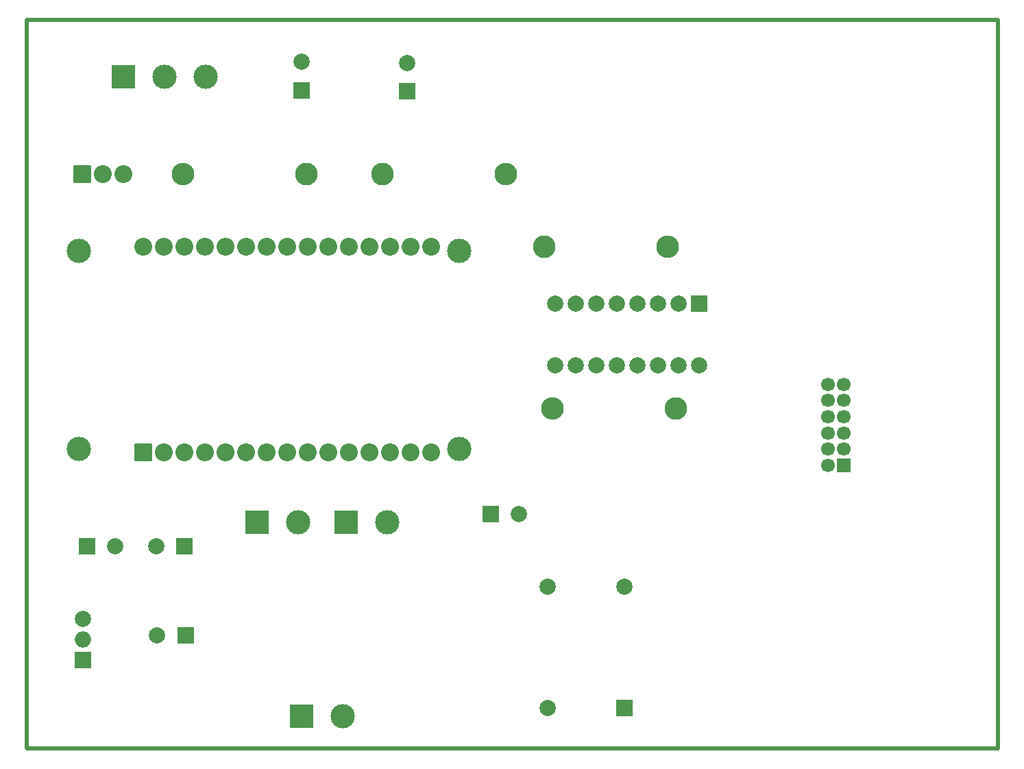
<source format=gbr>
%TF.GenerationSoftware,KiCad,Pcbnew,7.0.9*%
%TF.CreationDate,2023-12-22T15:14:44-03:00*%
%TF.ProjectId,Placa v0.1,506c6163-6120-4763-902e-312e6b696361,rev?*%
%TF.SameCoordinates,Original*%
%TF.FileFunction,Soldermask,Bot*%
%TF.FilePolarity,Negative*%
%FSLAX46Y46*%
G04 Gerber Fmt 4.6, Leading zero omitted, Abs format (unit mm)*
G04 Created by KiCad (PCBNEW 7.0.9) date 2023-12-22 15:14:44*
%MOMM*%
%LPD*%
G01*
G04 APERTURE LIST*
G04 Aperture macros list*
%AMRoundRect*
0 Rectangle with rounded corners*
0 $1 Rounding radius*
0 $2 $3 $4 $5 $6 $7 $8 $9 X,Y pos of 4 corners*
0 Add a 4 corners polygon primitive as box body*
4,1,4,$2,$3,$4,$5,$6,$7,$8,$9,$2,$3,0*
0 Add four circle primitives for the rounded corners*
1,1,$1+$1,$2,$3*
1,1,$1+$1,$4,$5*
1,1,$1+$1,$6,$7*
1,1,$1+$1,$8,$9*
0 Add four rect primitives between the rounded corners*
20,1,$1+$1,$2,$3,$4,$5,0*
20,1,$1+$1,$4,$5,$6,$7,0*
20,1,$1+$1,$6,$7,$8,$9,0*
20,1,$1+$1,$8,$9,$2,$3,0*%
G04 Aperture macros list end*
%ADD10R,2.000000X2.000000*%
%ADD11C,2.000000*%
%ADD12O,2.000000X2.000000*%
%ADD13C,2.800000*%
%ADD14O,2.800000X2.800000*%
%ADD15R,3.000000X3.000000*%
%ADD16C,3.000000*%
%ADD17RoundRect,0.102000X-1.000000X-1.000000X1.000000X-1.000000X1.000000X1.000000X-1.000000X1.000000X0*%
%ADD18C,2.204000*%
%ADD19RoundRect,0.102000X1.000000X-1.000000X1.000000X1.000000X-1.000000X1.000000X-1.000000X-1.000000X0*%
%ADD20R,1.700000X1.700000*%
%ADD21C,1.700000*%
%TA.AperFunction,Profile*%
%ADD22C,0.500000*%
%TD*%
G04 APERTURE END LIST*
D10*
%TO.C,U6*%
X131900000Y-106000000D03*
D11*
X122400000Y-106000000D03*
X131900000Y-91000000D03*
X122400000Y-91000000D03*
%TD*%
D10*
%TO.C,C1*%
X92000000Y-29652651D03*
D11*
X92000000Y-26152651D03*
%TD*%
D10*
%TO.C,C6*%
X115347349Y-82000000D03*
D11*
X118847349Y-82000000D03*
%TD*%
D10*
%TO.C,U3*%
X65000000Y-100080000D03*
D12*
X65000000Y-97540000D03*
D11*
X65000000Y-95000000D03*
%TD*%
D10*
%TO.C,C4*%
X77652651Y-97000000D03*
D11*
X74152651Y-97000000D03*
%TD*%
D13*
%TO.C,R2*%
X102000000Y-40000000D03*
D14*
X117240000Y-40000000D03*
%TD*%
D15*
%TO.C,J4*%
X92000000Y-107000000D03*
D16*
X97080000Y-107000000D03*
%TD*%
D17*
%TO.C,U4*%
X64900000Y-40000000D03*
D18*
X67450000Y-40000000D03*
X70000000Y-40000000D03*
%TD*%
D10*
%TO.C,C5*%
X65460000Y-86000000D03*
D11*
X68960000Y-86000000D03*
%TD*%
D16*
%TO.C,U1*%
X64480000Y-74000000D03*
X111430000Y-74000000D03*
X64480000Y-49490000D03*
X111430000Y-49490000D03*
D19*
X72440000Y-74420000D03*
D18*
X74980000Y-74420000D03*
X77520000Y-74420000D03*
X80060000Y-74420000D03*
X82600000Y-74420000D03*
X85140000Y-74420000D03*
X87680000Y-74420000D03*
X90220000Y-74420000D03*
X92760000Y-74420000D03*
X95300000Y-74420000D03*
X97840000Y-74420000D03*
X100380000Y-74420000D03*
X102920000Y-74420000D03*
X105460000Y-74420000D03*
X108000000Y-74420000D03*
X108000000Y-49020000D03*
X105460000Y-49020000D03*
X102920000Y-49020000D03*
X100380000Y-49020000D03*
X97840000Y-49020000D03*
X95300000Y-49020000D03*
X92760000Y-49020000D03*
X90220000Y-49020000D03*
X87680000Y-49020000D03*
X85140000Y-49020000D03*
X82600000Y-49020000D03*
X80060000Y-49020000D03*
X77520000Y-49020000D03*
X74980000Y-49020000D03*
X72440000Y-49020000D03*
%TD*%
D13*
%TO.C,R4*%
X138240000Y-69000000D03*
D14*
X123000000Y-69000000D03*
%TD*%
D15*
%TO.C,J1*%
X70000000Y-28000000D03*
D16*
X75080000Y-28000000D03*
X80160000Y-28000000D03*
%TD*%
D10*
%TO.C,U2*%
X141080000Y-56000000D03*
D11*
X138540000Y-56000000D03*
X136000000Y-56000000D03*
X133460000Y-56000000D03*
X130920000Y-56000000D03*
X128380000Y-56000000D03*
X125840000Y-56000000D03*
X123300000Y-56000000D03*
X123300000Y-63620000D03*
X125840000Y-63620000D03*
X128380000Y-63620000D03*
X130920000Y-63620000D03*
X133460000Y-63620000D03*
X136000000Y-63620000D03*
X138540000Y-63620000D03*
X141080000Y-63620000D03*
%TD*%
D10*
%TO.C,C2*%
X105000000Y-29805302D03*
D11*
X105000000Y-26305302D03*
%TD*%
D15*
%TO.C,J2*%
X97460000Y-83000000D03*
D16*
X102540000Y-83000000D03*
%TD*%
D13*
%TO.C,R3*%
X122000000Y-49000000D03*
D14*
X137240000Y-49000000D03*
%TD*%
D15*
%TO.C,J3*%
X86460000Y-83000000D03*
D16*
X91540000Y-83000000D03*
%TD*%
D13*
%TO.C,R1*%
X92620000Y-40000000D03*
D14*
X77380000Y-40000000D03*
%TD*%
D10*
%TO.C,C3*%
X77500000Y-86000000D03*
D11*
X74000000Y-86000000D03*
%TD*%
D20*
%TO.C,U5*%
X159000000Y-76000000D03*
D21*
X157000000Y-76000000D03*
X159000000Y-74000000D03*
X157000000Y-74000000D03*
X159000000Y-72000000D03*
X157000000Y-72000000D03*
X159000000Y-70000000D03*
X157000000Y-70000000D03*
X159000000Y-68000000D03*
X157000000Y-68000000D03*
X159000000Y-66000000D03*
X157000000Y-66000000D03*
%TD*%
D22*
X58000000Y-21000000D02*
X178000000Y-21000000D01*
X178000000Y-111000000D01*
X58000000Y-111000000D01*
X58000000Y-21000000D01*
M02*

</source>
